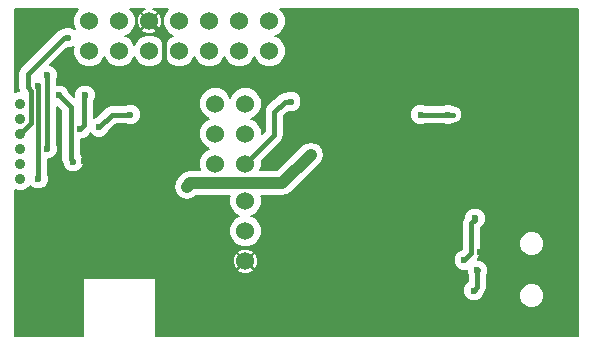
<source format=gbl>
G04 #@! TF.FileFunction,Copper,L2,Bot,Signal*
%FSLAX46Y46*%
G04 Gerber Fmt 4.6, Leading zero omitted, Abs format (unit mm)*
G04 Created by KiCad (PCBNEW (2015-10-22 BZR 6274, Git d63c017)-product) date Sat Oct 24 14:44:23 2015*
%MOMM*%
G01*
G04 APERTURE LIST*
%ADD10C,0.100000*%
%ADD11C,0.900000*%
%ADD12C,1.524000*%
%ADD13C,0.600000*%
%ADD14C,0.400000*%
%ADD15C,1.000000*%
%ADD16C,0.200000*%
G04 APERTURE END LIST*
D10*
D11*
X118110000Y-106680000D03*
X118110000Y-107950000D03*
X118110000Y-109220000D03*
X118110000Y-110490000D03*
X118110000Y-111760000D03*
X118110000Y-113030000D03*
D12*
X139192000Y-99695000D03*
X139192000Y-102235000D03*
X136652000Y-99695000D03*
X136652000Y-102235000D03*
X134112000Y-99695000D03*
X134112000Y-102235000D03*
X131572000Y-99695000D03*
X131572000Y-102235000D03*
X129032000Y-99695000D03*
X129032000Y-102235000D03*
X126492000Y-99695000D03*
X126492000Y-102235000D03*
X123952000Y-99695000D03*
X123952000Y-102235000D03*
X134620000Y-111760000D03*
X134620000Y-109220000D03*
X134620000Y-106680000D03*
X137160000Y-106680000D03*
X137160000Y-109220000D03*
X137160000Y-111760000D03*
X137160000Y-120015000D03*
X137160000Y-117475000D03*
X137160000Y-114935000D03*
D13*
X156600000Y-116400000D03*
X155700000Y-119900000D03*
X142700000Y-111000000D03*
X132200000Y-113700000D03*
X145000000Y-104000000D03*
X145000000Y-106500000D03*
X121700000Y-103400000D03*
X121400000Y-99900000D03*
X120000000Y-99000000D03*
X144900000Y-107800000D03*
X148600000Y-107600000D03*
X158500000Y-102500000D03*
X154700000Y-102500000D03*
X161501520Y-107500000D03*
X118200000Y-124800000D03*
X137922000Y-125730000D03*
X135279000Y-125706000D03*
X134633000Y-116852000D03*
X154550000Y-122750000D03*
X139325000Y-118925000D03*
X157000000Y-119250000D03*
X154000000Y-117500000D03*
X151000000Y-119000000D03*
X150250000Y-121500000D03*
X130500000Y-111000000D03*
X124500000Y-110000000D03*
X120180000Y-115500000D03*
X132500000Y-126000000D03*
X132400000Y-124900000D03*
X132300000Y-123800000D03*
X132400000Y-121600000D03*
X132400000Y-119400000D03*
X132300000Y-117200000D03*
X124550000Y-111500000D03*
X123500000Y-111500000D03*
X120000000Y-121500000D03*
X120000000Y-120500000D03*
X120000000Y-122500000D03*
X120000000Y-125000000D03*
X120000000Y-126000000D03*
X154300000Y-107600000D03*
X152000000Y-107600000D03*
X141000000Y-106500000D03*
X127400000Y-107600000D03*
X124800000Y-108650010D03*
X123600000Y-105979990D03*
X123200000Y-108800000D03*
X156799999Y-120799999D03*
X156500000Y-122500000D03*
X122600000Y-111600000D03*
X121400000Y-105979990D03*
X122174000Y-101092000D03*
X120396000Y-104267000D03*
X120396000Y-110490000D03*
X119634000Y-113030000D03*
X119634000Y-105156000D03*
D14*
X156299999Y-116800001D02*
X156600000Y-116500000D01*
X156600000Y-116500000D02*
X156600000Y-116400000D01*
X155700000Y-119900000D02*
X156299999Y-119300001D01*
X156299999Y-119300001D02*
X156299999Y-116800001D01*
D15*
X136399999Y-113400001D02*
X140299999Y-113400001D01*
X140299999Y-113400001D02*
X142700000Y-111000000D01*
X132200000Y-113700000D02*
X132499999Y-113400001D01*
X132499999Y-113400001D02*
X136399999Y-113400001D01*
D14*
X158600000Y-119200000D02*
X161501520Y-116298480D01*
X161501520Y-116298480D02*
X161501520Y-107500000D01*
X158350001Y-118950001D02*
X158600000Y-119200000D01*
X157000000Y-119250000D02*
X157299999Y-118950001D01*
X157299999Y-118950001D02*
X158350001Y-118950001D01*
X120000000Y-99000000D02*
X120500000Y-99000000D01*
X120500000Y-99000000D02*
X121400000Y-99900000D01*
X123500000Y-111500000D02*
X124550000Y-111500000D01*
X130300000Y-103200000D02*
X130300000Y-103800000D01*
X130300000Y-100963000D02*
X130300000Y-103200000D01*
X129032000Y-99695000D02*
X130300000Y-100963000D01*
X129793999Y-100593999D02*
X130200000Y-101000000D01*
X129032000Y-99695000D02*
X129793999Y-100456999D01*
X129793999Y-100456999D02*
X129793999Y-100593999D01*
X154300000Y-107600000D02*
X154724264Y-107600000D01*
X152000000Y-107600000D02*
X154300000Y-107600000D01*
X141000000Y-106500000D02*
X140500000Y-106500000D01*
X140500000Y-106500000D02*
X139600000Y-107400000D01*
X139600000Y-109320000D02*
X137160000Y-111760000D01*
X139600000Y-107400000D02*
X139600000Y-109320000D01*
X125850010Y-107600000D02*
X127400000Y-107600000D01*
X124800000Y-108650010D02*
X125850010Y-107600000D01*
X123499999Y-106100001D02*
X123600000Y-106000000D01*
X123600000Y-106000000D02*
X123600000Y-105979990D01*
X123200000Y-108800000D02*
X123499999Y-108500001D01*
X123499999Y-108500001D02*
X123499999Y-106100001D01*
X156799999Y-120799999D02*
X156849998Y-120750000D01*
X156500000Y-122500000D02*
X156799999Y-122200001D01*
X156799999Y-122200001D02*
X156799999Y-120799999D01*
X122400000Y-106979990D02*
X122400000Y-111400000D01*
X122400000Y-111400000D02*
X122600000Y-111600000D01*
X121400000Y-105979990D02*
X122400000Y-106979990D01*
X121793000Y-101092000D02*
X122174000Y-101092000D01*
X118745000Y-104140000D02*
X121793000Y-101092000D01*
X118745000Y-105303002D02*
X118745000Y-104140000D01*
X118110000Y-109220000D02*
X119033990Y-108296010D01*
X119033990Y-108296010D02*
X119033990Y-105591992D01*
X119033990Y-105591992D02*
X118745000Y-105303002D01*
X120396000Y-110490000D02*
X120396000Y-104267000D01*
X119634000Y-105156000D02*
X119634000Y-113030000D01*
D16*
G36*
X165317000Y-126317000D02*
X129600000Y-126317000D01*
X129600000Y-121500000D01*
X129592121Y-121461094D01*
X129569727Y-121428319D01*
X129536346Y-121406839D01*
X129500000Y-121400000D01*
X123500000Y-121400000D01*
X123461094Y-121407879D01*
X123428319Y-121430273D01*
X123406839Y-121463654D01*
X123400000Y-121500000D01*
X123400000Y-126317000D01*
X117683000Y-126317000D01*
X117683000Y-120745085D01*
X136465270Y-120745085D01*
X136543937Y-120905469D01*
X136931601Y-121073443D01*
X137354036Y-121080279D01*
X137746930Y-120924935D01*
X137776063Y-120905469D01*
X137854730Y-120745085D01*
X137160000Y-120050355D01*
X136465270Y-120745085D01*
X117683000Y-120745085D01*
X117683000Y-120209036D01*
X136094721Y-120209036D01*
X136250065Y-120601930D01*
X136269531Y-120631063D01*
X136429915Y-120709730D01*
X137124645Y-120015000D01*
X137195355Y-120015000D01*
X137890085Y-120709730D01*
X138050469Y-120631063D01*
X138218443Y-120243399D01*
X138221090Y-120079820D01*
X154791843Y-120079820D01*
X154929786Y-120413669D01*
X155184988Y-120669316D01*
X155518595Y-120807842D01*
X155879820Y-120808157D01*
X155891996Y-120803126D01*
X155891842Y-120979819D01*
X155991999Y-121222219D01*
X155991999Y-121727444D01*
X155986331Y-121729786D01*
X155730684Y-121984988D01*
X155592158Y-122318595D01*
X155591843Y-122679820D01*
X155729786Y-123013669D01*
X155984988Y-123269316D01*
X156318595Y-123407842D01*
X156679820Y-123408157D01*
X157013669Y-123270214D01*
X157124993Y-123159083D01*
X160341337Y-123159083D01*
X160502005Y-123547928D01*
X160799247Y-123845690D01*
X161187811Y-124007036D01*
X161608543Y-124007403D01*
X161997388Y-123846735D01*
X162295150Y-123549493D01*
X162456496Y-123160929D01*
X162456863Y-122740197D01*
X162296195Y-122351352D01*
X161998953Y-122053590D01*
X161610389Y-121892244D01*
X161189657Y-121891877D01*
X160800812Y-122052545D01*
X160503050Y-122349787D01*
X160341704Y-122738351D01*
X160341337Y-123159083D01*
X157124993Y-123159083D01*
X157269316Y-123015012D01*
X157369896Y-122772789D01*
X157371342Y-122771343D01*
X157546494Y-122509209D01*
X157607999Y-122200001D01*
X157607999Y-121221850D01*
X157707841Y-120981404D01*
X157708156Y-120620179D01*
X157570213Y-120286330D01*
X157315011Y-120030683D01*
X156981404Y-119892157D01*
X156850641Y-119892043D01*
X156871341Y-119871343D01*
X157046494Y-119609209D01*
X157107999Y-119300001D01*
X157107999Y-118759803D01*
X160341337Y-118759803D01*
X160502005Y-119148648D01*
X160799247Y-119446410D01*
X161187811Y-119607756D01*
X161608543Y-119608123D01*
X161997388Y-119447455D01*
X162295150Y-119150213D01*
X162456496Y-118761649D01*
X162456863Y-118340917D01*
X162296195Y-117952072D01*
X161998953Y-117654310D01*
X161610389Y-117492964D01*
X161189657Y-117492597D01*
X160800812Y-117653265D01*
X160503050Y-117950507D01*
X160341704Y-118339071D01*
X160341337Y-118759803D01*
X157107999Y-118759803D01*
X157107999Y-117172557D01*
X157113669Y-117170214D01*
X157369316Y-116915012D01*
X157507842Y-116581405D01*
X157508157Y-116220180D01*
X157370214Y-115886331D01*
X157115012Y-115630684D01*
X156781405Y-115492158D01*
X156420180Y-115491843D01*
X156086331Y-115629786D01*
X155830684Y-115884988D01*
X155692158Y-116218595D01*
X155692102Y-116283368D01*
X155553504Y-116490792D01*
X155535480Y-116581405D01*
X155491999Y-116800001D01*
X155491999Y-118965317D01*
X155426952Y-119030364D01*
X155186331Y-119129786D01*
X154930684Y-119384988D01*
X154792158Y-119718595D01*
X154791843Y-120079820D01*
X138221090Y-120079820D01*
X138225279Y-119820964D01*
X138069935Y-119428070D01*
X138050469Y-119398937D01*
X137890085Y-119320270D01*
X137195355Y-120015000D01*
X137124645Y-120015000D01*
X136429915Y-119320270D01*
X136269531Y-119398937D01*
X136101557Y-119786601D01*
X136094721Y-120209036D01*
X117683000Y-120209036D01*
X117683000Y-119284915D01*
X136465270Y-119284915D01*
X137160000Y-119979645D01*
X137854730Y-119284915D01*
X137776063Y-119124531D01*
X137388399Y-118956557D01*
X136965964Y-118949721D01*
X136573070Y-119105065D01*
X136543937Y-119124531D01*
X136465270Y-119284915D01*
X117683000Y-119284915D01*
X117683000Y-113998279D01*
X117898628Y-114087816D01*
X118319526Y-114088183D01*
X118708526Y-113927451D01*
X118978182Y-113658265D01*
X119118988Y-113799316D01*
X119452595Y-113937842D01*
X119813820Y-113938157D01*
X120147669Y-113800214D01*
X120248057Y-113700000D01*
X131092000Y-113700000D01*
X131176341Y-114124014D01*
X131416526Y-114483474D01*
X131775986Y-114723659D01*
X132200000Y-114808000D01*
X132624014Y-114723659D01*
X132946767Y-114508001D01*
X135853891Y-114508001D01*
X135790238Y-114661295D01*
X135789763Y-115206314D01*
X135997893Y-115710029D01*
X136382944Y-116095752D01*
X136646067Y-116205011D01*
X136384971Y-116312893D01*
X135999248Y-116697944D01*
X135790238Y-117201295D01*
X135789763Y-117746314D01*
X135997893Y-118250029D01*
X136382944Y-118635752D01*
X136886295Y-118844762D01*
X137431314Y-118845237D01*
X137935029Y-118637107D01*
X138320752Y-118252056D01*
X138529762Y-117748705D01*
X138530237Y-117203686D01*
X138322107Y-116699971D01*
X137937056Y-116314248D01*
X137673933Y-116204989D01*
X137935029Y-116097107D01*
X138320752Y-115712056D01*
X138529762Y-115208705D01*
X138530237Y-114663686D01*
X138465910Y-114508001D01*
X140299999Y-114508001D01*
X140724013Y-114423660D01*
X141083473Y-114183475D01*
X143483474Y-111783474D01*
X143723659Y-111424014D01*
X143808000Y-111000000D01*
X143723659Y-110575986D01*
X143483474Y-110216526D01*
X143124014Y-109976341D01*
X142700000Y-109892000D01*
X142275986Y-109976341D01*
X141916526Y-110216526D01*
X139841051Y-112292001D01*
X138422508Y-112292001D01*
X138529762Y-112033705D01*
X138530199Y-111532485D01*
X140171342Y-109891342D01*
X140346495Y-109629209D01*
X140408000Y-109320000D01*
X140408000Y-107779820D01*
X151091843Y-107779820D01*
X151229786Y-108113669D01*
X151484988Y-108369316D01*
X151818595Y-108507842D01*
X152179820Y-108508157D01*
X152422220Y-108408000D01*
X153878149Y-108408000D01*
X154118595Y-108507842D01*
X154479820Y-108508157D01*
X154722220Y-108408000D01*
X154724264Y-108408000D01*
X155033472Y-108346495D01*
X155295606Y-108171342D01*
X155470759Y-107909208D01*
X155532264Y-107600000D01*
X155470759Y-107290792D01*
X155295606Y-107028658D01*
X155033472Y-106853505D01*
X154724264Y-106792000D01*
X154721851Y-106792000D01*
X154481405Y-106692158D01*
X154120180Y-106691843D01*
X153877780Y-106792000D01*
X152421851Y-106792000D01*
X152181405Y-106692158D01*
X151820180Y-106691843D01*
X151486331Y-106829786D01*
X151230684Y-107084988D01*
X151092158Y-107418595D01*
X151091843Y-107779820D01*
X140408000Y-107779820D01*
X140408000Y-107734684D01*
X140759416Y-107383268D01*
X140818595Y-107407842D01*
X141179820Y-107408157D01*
X141513669Y-107270214D01*
X141769316Y-107015012D01*
X141907842Y-106681405D01*
X141908157Y-106320180D01*
X141770214Y-105986331D01*
X141515012Y-105730684D01*
X141181405Y-105592158D01*
X140820180Y-105591843D01*
X140552503Y-105702444D01*
X140500000Y-105692001D01*
X140190791Y-105753505D01*
X139928658Y-105928658D01*
X139028658Y-106828658D01*
X138853505Y-107090791D01*
X138815851Y-107280091D01*
X138792000Y-107400000D01*
X138792000Y-108985316D01*
X138529977Y-109247339D01*
X138530237Y-108948686D01*
X138322107Y-108444971D01*
X137937056Y-108059248D01*
X137673933Y-107949989D01*
X137935029Y-107842107D01*
X138320752Y-107457056D01*
X138529762Y-106953705D01*
X138530237Y-106408686D01*
X138322107Y-105904971D01*
X137937056Y-105519248D01*
X137433705Y-105310238D01*
X136888686Y-105309763D01*
X136384971Y-105517893D01*
X135999248Y-105902944D01*
X135889989Y-106166067D01*
X135782107Y-105904971D01*
X135397056Y-105519248D01*
X134893705Y-105310238D01*
X134348686Y-105309763D01*
X133844971Y-105517893D01*
X133459248Y-105902944D01*
X133250238Y-106406295D01*
X133249763Y-106951314D01*
X133457893Y-107455029D01*
X133842944Y-107840752D01*
X134106067Y-107950011D01*
X133844971Y-108057893D01*
X133459248Y-108442944D01*
X133250238Y-108946295D01*
X133249763Y-109491314D01*
X133457893Y-109995029D01*
X133842944Y-110380752D01*
X134106067Y-110490011D01*
X133844971Y-110597893D01*
X133459248Y-110982944D01*
X133250238Y-111486295D01*
X133249763Y-112031314D01*
X133357476Y-112292001D01*
X132499999Y-112292001D01*
X132075985Y-112376342D01*
X131716525Y-112616526D01*
X131416526Y-112916526D01*
X131176341Y-113275986D01*
X131092000Y-113700000D01*
X120248057Y-113700000D01*
X120403316Y-113545012D01*
X120541842Y-113211405D01*
X120542157Y-112850180D01*
X120442000Y-112607780D01*
X120442000Y-111398040D01*
X120575820Y-111398157D01*
X120909669Y-111260214D01*
X121165316Y-111005012D01*
X121303842Y-110671405D01*
X121304157Y-110310180D01*
X121204000Y-110067780D01*
X121204000Y-106926674D01*
X121592000Y-107314675D01*
X121592000Y-111400000D01*
X121653505Y-111709209D01*
X121691855Y-111766603D01*
X121691843Y-111779820D01*
X121829786Y-112113669D01*
X122084988Y-112369316D01*
X122418595Y-112507842D01*
X122779820Y-112508157D01*
X123113669Y-112370214D01*
X123369316Y-112115012D01*
X123507842Y-111781405D01*
X123508157Y-111420180D01*
X123370214Y-111086331D01*
X123208000Y-110923834D01*
X123208000Y-109708007D01*
X123379820Y-109708157D01*
X123713669Y-109570214D01*
X123969316Y-109315012D01*
X124031459Y-109165355D01*
X124284988Y-109419326D01*
X124618595Y-109557852D01*
X124979820Y-109558167D01*
X125313669Y-109420224D01*
X125569316Y-109165022D01*
X125669896Y-108922798D01*
X126184695Y-108408000D01*
X126978149Y-108408000D01*
X127218595Y-108507842D01*
X127579820Y-108508157D01*
X127913669Y-108370214D01*
X128169316Y-108115012D01*
X128307842Y-107781405D01*
X128308157Y-107420180D01*
X128170214Y-107086331D01*
X127915012Y-106830684D01*
X127581405Y-106692158D01*
X127220180Y-106691843D01*
X126977780Y-106792000D01*
X125850010Y-106792000D01*
X125540802Y-106853505D01*
X125540800Y-106853506D01*
X125540801Y-106853506D01*
X125278667Y-107028658D01*
X124526952Y-107780374D01*
X124307999Y-107870843D01*
X124307999Y-106556212D01*
X124369316Y-106495002D01*
X124507842Y-106161395D01*
X124508157Y-105800170D01*
X124370214Y-105466321D01*
X124115012Y-105210674D01*
X123781405Y-105072148D01*
X123420180Y-105071833D01*
X123086331Y-105209776D01*
X122830684Y-105464978D01*
X122692158Y-105798585D01*
X122691870Y-106129175D01*
X122269636Y-105706942D01*
X122170214Y-105466321D01*
X121915012Y-105210674D01*
X121581405Y-105072148D01*
X121220180Y-105071833D01*
X121204000Y-105078518D01*
X121204000Y-104688851D01*
X121303842Y-104448405D01*
X121304157Y-104087180D01*
X121166214Y-103753331D01*
X120911012Y-103497684D01*
X120641791Y-103385893D01*
X122027811Y-101999873D01*
X122353820Y-102000157D01*
X122610066Y-101894279D01*
X122582238Y-101961295D01*
X122581763Y-102506314D01*
X122789893Y-103010029D01*
X123174944Y-103395752D01*
X123678295Y-103604762D01*
X124223314Y-103605237D01*
X124727029Y-103397107D01*
X125112752Y-103012056D01*
X125222011Y-102748933D01*
X125329893Y-103010029D01*
X125714944Y-103395752D01*
X126218295Y-103604762D01*
X126763314Y-103605237D01*
X127267029Y-103397107D01*
X127652752Y-103012056D01*
X127762011Y-102748933D01*
X127869893Y-103010029D01*
X128254944Y-103395752D01*
X128758295Y-103604762D01*
X129303314Y-103605237D01*
X129807029Y-103397107D01*
X130192752Y-103012056D01*
X130302011Y-102748933D01*
X130409893Y-103010029D01*
X130794944Y-103395752D01*
X131298295Y-103604762D01*
X131843314Y-103605237D01*
X132347029Y-103397107D01*
X132732752Y-103012056D01*
X132842011Y-102748933D01*
X132949893Y-103010029D01*
X133334944Y-103395752D01*
X133838295Y-103604762D01*
X134383314Y-103605237D01*
X134887029Y-103397107D01*
X135272752Y-103012056D01*
X135382011Y-102748933D01*
X135489893Y-103010029D01*
X135874944Y-103395752D01*
X136378295Y-103604762D01*
X136923314Y-103605237D01*
X137427029Y-103397107D01*
X137812752Y-103012056D01*
X137922011Y-102748933D01*
X138029893Y-103010029D01*
X138414944Y-103395752D01*
X138918295Y-103604762D01*
X139463314Y-103605237D01*
X139967029Y-103397107D01*
X140352752Y-103012056D01*
X140561762Y-102508705D01*
X140562237Y-101963686D01*
X140354107Y-101459971D01*
X139969056Y-101074248D01*
X139705933Y-100964989D01*
X139967029Y-100857107D01*
X140352752Y-100472056D01*
X140561762Y-99968705D01*
X140562237Y-99423686D01*
X140354107Y-98919971D01*
X140117549Y-98683000D01*
X165317000Y-98683000D01*
X165317000Y-126317000D01*
X165317000Y-126317000D01*
G37*
X165317000Y-126317000D02*
X129600000Y-126317000D01*
X129600000Y-121500000D01*
X129592121Y-121461094D01*
X129569727Y-121428319D01*
X129536346Y-121406839D01*
X129500000Y-121400000D01*
X123500000Y-121400000D01*
X123461094Y-121407879D01*
X123428319Y-121430273D01*
X123406839Y-121463654D01*
X123400000Y-121500000D01*
X123400000Y-126317000D01*
X117683000Y-126317000D01*
X117683000Y-120745085D01*
X136465270Y-120745085D01*
X136543937Y-120905469D01*
X136931601Y-121073443D01*
X137354036Y-121080279D01*
X137746930Y-120924935D01*
X137776063Y-120905469D01*
X137854730Y-120745085D01*
X137160000Y-120050355D01*
X136465270Y-120745085D01*
X117683000Y-120745085D01*
X117683000Y-120209036D01*
X136094721Y-120209036D01*
X136250065Y-120601930D01*
X136269531Y-120631063D01*
X136429915Y-120709730D01*
X137124645Y-120015000D01*
X137195355Y-120015000D01*
X137890085Y-120709730D01*
X138050469Y-120631063D01*
X138218443Y-120243399D01*
X138221090Y-120079820D01*
X154791843Y-120079820D01*
X154929786Y-120413669D01*
X155184988Y-120669316D01*
X155518595Y-120807842D01*
X155879820Y-120808157D01*
X155891996Y-120803126D01*
X155891842Y-120979819D01*
X155991999Y-121222219D01*
X155991999Y-121727444D01*
X155986331Y-121729786D01*
X155730684Y-121984988D01*
X155592158Y-122318595D01*
X155591843Y-122679820D01*
X155729786Y-123013669D01*
X155984988Y-123269316D01*
X156318595Y-123407842D01*
X156679820Y-123408157D01*
X157013669Y-123270214D01*
X157124993Y-123159083D01*
X160341337Y-123159083D01*
X160502005Y-123547928D01*
X160799247Y-123845690D01*
X161187811Y-124007036D01*
X161608543Y-124007403D01*
X161997388Y-123846735D01*
X162295150Y-123549493D01*
X162456496Y-123160929D01*
X162456863Y-122740197D01*
X162296195Y-122351352D01*
X161998953Y-122053590D01*
X161610389Y-121892244D01*
X161189657Y-121891877D01*
X160800812Y-122052545D01*
X160503050Y-122349787D01*
X160341704Y-122738351D01*
X160341337Y-123159083D01*
X157124993Y-123159083D01*
X157269316Y-123015012D01*
X157369896Y-122772789D01*
X157371342Y-122771343D01*
X157546494Y-122509209D01*
X157607999Y-122200001D01*
X157607999Y-121221850D01*
X157707841Y-120981404D01*
X157708156Y-120620179D01*
X157570213Y-120286330D01*
X157315011Y-120030683D01*
X156981404Y-119892157D01*
X156850641Y-119892043D01*
X156871341Y-119871343D01*
X157046494Y-119609209D01*
X157107999Y-119300001D01*
X157107999Y-118759803D01*
X160341337Y-118759803D01*
X160502005Y-119148648D01*
X160799247Y-119446410D01*
X161187811Y-119607756D01*
X161608543Y-119608123D01*
X161997388Y-119447455D01*
X162295150Y-119150213D01*
X162456496Y-118761649D01*
X162456863Y-118340917D01*
X162296195Y-117952072D01*
X161998953Y-117654310D01*
X161610389Y-117492964D01*
X161189657Y-117492597D01*
X160800812Y-117653265D01*
X160503050Y-117950507D01*
X160341704Y-118339071D01*
X160341337Y-118759803D01*
X157107999Y-118759803D01*
X157107999Y-117172557D01*
X157113669Y-117170214D01*
X157369316Y-116915012D01*
X157507842Y-116581405D01*
X157508157Y-116220180D01*
X157370214Y-115886331D01*
X157115012Y-115630684D01*
X156781405Y-115492158D01*
X156420180Y-115491843D01*
X156086331Y-115629786D01*
X155830684Y-115884988D01*
X155692158Y-116218595D01*
X155692102Y-116283368D01*
X155553504Y-116490792D01*
X155535480Y-116581405D01*
X155491999Y-116800001D01*
X155491999Y-118965317D01*
X155426952Y-119030364D01*
X155186331Y-119129786D01*
X154930684Y-119384988D01*
X154792158Y-119718595D01*
X154791843Y-120079820D01*
X138221090Y-120079820D01*
X138225279Y-119820964D01*
X138069935Y-119428070D01*
X138050469Y-119398937D01*
X137890085Y-119320270D01*
X137195355Y-120015000D01*
X137124645Y-120015000D01*
X136429915Y-119320270D01*
X136269531Y-119398937D01*
X136101557Y-119786601D01*
X136094721Y-120209036D01*
X117683000Y-120209036D01*
X117683000Y-119284915D01*
X136465270Y-119284915D01*
X137160000Y-119979645D01*
X137854730Y-119284915D01*
X137776063Y-119124531D01*
X137388399Y-118956557D01*
X136965964Y-118949721D01*
X136573070Y-119105065D01*
X136543937Y-119124531D01*
X136465270Y-119284915D01*
X117683000Y-119284915D01*
X117683000Y-113998279D01*
X117898628Y-114087816D01*
X118319526Y-114088183D01*
X118708526Y-113927451D01*
X118978182Y-113658265D01*
X119118988Y-113799316D01*
X119452595Y-113937842D01*
X119813820Y-113938157D01*
X120147669Y-113800214D01*
X120248057Y-113700000D01*
X131092000Y-113700000D01*
X131176341Y-114124014D01*
X131416526Y-114483474D01*
X131775986Y-114723659D01*
X132200000Y-114808000D01*
X132624014Y-114723659D01*
X132946767Y-114508001D01*
X135853891Y-114508001D01*
X135790238Y-114661295D01*
X135789763Y-115206314D01*
X135997893Y-115710029D01*
X136382944Y-116095752D01*
X136646067Y-116205011D01*
X136384971Y-116312893D01*
X135999248Y-116697944D01*
X135790238Y-117201295D01*
X135789763Y-117746314D01*
X135997893Y-118250029D01*
X136382944Y-118635752D01*
X136886295Y-118844762D01*
X137431314Y-118845237D01*
X137935029Y-118637107D01*
X138320752Y-118252056D01*
X138529762Y-117748705D01*
X138530237Y-117203686D01*
X138322107Y-116699971D01*
X137937056Y-116314248D01*
X137673933Y-116204989D01*
X137935029Y-116097107D01*
X138320752Y-115712056D01*
X138529762Y-115208705D01*
X138530237Y-114663686D01*
X138465910Y-114508001D01*
X140299999Y-114508001D01*
X140724013Y-114423660D01*
X141083473Y-114183475D01*
X143483474Y-111783474D01*
X143723659Y-111424014D01*
X143808000Y-111000000D01*
X143723659Y-110575986D01*
X143483474Y-110216526D01*
X143124014Y-109976341D01*
X142700000Y-109892000D01*
X142275986Y-109976341D01*
X141916526Y-110216526D01*
X139841051Y-112292001D01*
X138422508Y-112292001D01*
X138529762Y-112033705D01*
X138530199Y-111532485D01*
X140171342Y-109891342D01*
X140346495Y-109629209D01*
X140408000Y-109320000D01*
X140408000Y-107779820D01*
X151091843Y-107779820D01*
X151229786Y-108113669D01*
X151484988Y-108369316D01*
X151818595Y-108507842D01*
X152179820Y-108508157D01*
X152422220Y-108408000D01*
X153878149Y-108408000D01*
X154118595Y-108507842D01*
X154479820Y-108508157D01*
X154722220Y-108408000D01*
X154724264Y-108408000D01*
X155033472Y-108346495D01*
X155295606Y-108171342D01*
X155470759Y-107909208D01*
X155532264Y-107600000D01*
X155470759Y-107290792D01*
X155295606Y-107028658D01*
X155033472Y-106853505D01*
X154724264Y-106792000D01*
X154721851Y-106792000D01*
X154481405Y-106692158D01*
X154120180Y-106691843D01*
X153877780Y-106792000D01*
X152421851Y-106792000D01*
X152181405Y-106692158D01*
X151820180Y-106691843D01*
X151486331Y-106829786D01*
X151230684Y-107084988D01*
X151092158Y-107418595D01*
X151091843Y-107779820D01*
X140408000Y-107779820D01*
X140408000Y-107734684D01*
X140759416Y-107383268D01*
X140818595Y-107407842D01*
X141179820Y-107408157D01*
X141513669Y-107270214D01*
X141769316Y-107015012D01*
X141907842Y-106681405D01*
X141908157Y-106320180D01*
X141770214Y-105986331D01*
X141515012Y-105730684D01*
X141181405Y-105592158D01*
X140820180Y-105591843D01*
X140552503Y-105702444D01*
X140500000Y-105692001D01*
X140190791Y-105753505D01*
X139928658Y-105928658D01*
X139028658Y-106828658D01*
X138853505Y-107090791D01*
X138815851Y-107280091D01*
X138792000Y-107400000D01*
X138792000Y-108985316D01*
X138529977Y-109247339D01*
X138530237Y-108948686D01*
X138322107Y-108444971D01*
X137937056Y-108059248D01*
X137673933Y-107949989D01*
X137935029Y-107842107D01*
X138320752Y-107457056D01*
X138529762Y-106953705D01*
X138530237Y-106408686D01*
X138322107Y-105904971D01*
X137937056Y-105519248D01*
X137433705Y-105310238D01*
X136888686Y-105309763D01*
X136384971Y-105517893D01*
X135999248Y-105902944D01*
X135889989Y-106166067D01*
X135782107Y-105904971D01*
X135397056Y-105519248D01*
X134893705Y-105310238D01*
X134348686Y-105309763D01*
X133844971Y-105517893D01*
X133459248Y-105902944D01*
X133250238Y-106406295D01*
X133249763Y-106951314D01*
X133457893Y-107455029D01*
X133842944Y-107840752D01*
X134106067Y-107950011D01*
X133844971Y-108057893D01*
X133459248Y-108442944D01*
X133250238Y-108946295D01*
X133249763Y-109491314D01*
X133457893Y-109995029D01*
X133842944Y-110380752D01*
X134106067Y-110490011D01*
X133844971Y-110597893D01*
X133459248Y-110982944D01*
X133250238Y-111486295D01*
X133249763Y-112031314D01*
X133357476Y-112292001D01*
X132499999Y-112292001D01*
X132075985Y-112376342D01*
X131716525Y-112616526D01*
X131416526Y-112916526D01*
X131176341Y-113275986D01*
X131092000Y-113700000D01*
X120248057Y-113700000D01*
X120403316Y-113545012D01*
X120541842Y-113211405D01*
X120542157Y-112850180D01*
X120442000Y-112607780D01*
X120442000Y-111398040D01*
X120575820Y-111398157D01*
X120909669Y-111260214D01*
X121165316Y-111005012D01*
X121303842Y-110671405D01*
X121304157Y-110310180D01*
X121204000Y-110067780D01*
X121204000Y-106926674D01*
X121592000Y-107314675D01*
X121592000Y-111400000D01*
X121653505Y-111709209D01*
X121691855Y-111766603D01*
X121691843Y-111779820D01*
X121829786Y-112113669D01*
X122084988Y-112369316D01*
X122418595Y-112507842D01*
X122779820Y-112508157D01*
X123113669Y-112370214D01*
X123369316Y-112115012D01*
X123507842Y-111781405D01*
X123508157Y-111420180D01*
X123370214Y-111086331D01*
X123208000Y-110923834D01*
X123208000Y-109708007D01*
X123379820Y-109708157D01*
X123713669Y-109570214D01*
X123969316Y-109315012D01*
X124031459Y-109165355D01*
X124284988Y-109419326D01*
X124618595Y-109557852D01*
X124979820Y-109558167D01*
X125313669Y-109420224D01*
X125569316Y-109165022D01*
X125669896Y-108922798D01*
X126184695Y-108408000D01*
X126978149Y-108408000D01*
X127218595Y-108507842D01*
X127579820Y-108508157D01*
X127913669Y-108370214D01*
X128169316Y-108115012D01*
X128307842Y-107781405D01*
X128308157Y-107420180D01*
X128170214Y-107086331D01*
X127915012Y-106830684D01*
X127581405Y-106692158D01*
X127220180Y-106691843D01*
X126977780Y-106792000D01*
X125850010Y-106792000D01*
X125540802Y-106853505D01*
X125540800Y-106853506D01*
X125540801Y-106853506D01*
X125278667Y-107028658D01*
X124526952Y-107780374D01*
X124307999Y-107870843D01*
X124307999Y-106556212D01*
X124369316Y-106495002D01*
X124507842Y-106161395D01*
X124508157Y-105800170D01*
X124370214Y-105466321D01*
X124115012Y-105210674D01*
X123781405Y-105072148D01*
X123420180Y-105071833D01*
X123086331Y-105209776D01*
X122830684Y-105464978D01*
X122692158Y-105798585D01*
X122691870Y-106129175D01*
X122269636Y-105706942D01*
X122170214Y-105466321D01*
X121915012Y-105210674D01*
X121581405Y-105072148D01*
X121220180Y-105071833D01*
X121204000Y-105078518D01*
X121204000Y-104688851D01*
X121303842Y-104448405D01*
X121304157Y-104087180D01*
X121166214Y-103753331D01*
X120911012Y-103497684D01*
X120641791Y-103385893D01*
X122027811Y-101999873D01*
X122353820Y-102000157D01*
X122610066Y-101894279D01*
X122582238Y-101961295D01*
X122581763Y-102506314D01*
X122789893Y-103010029D01*
X123174944Y-103395752D01*
X123678295Y-103604762D01*
X124223314Y-103605237D01*
X124727029Y-103397107D01*
X125112752Y-103012056D01*
X125222011Y-102748933D01*
X125329893Y-103010029D01*
X125714944Y-103395752D01*
X126218295Y-103604762D01*
X126763314Y-103605237D01*
X127267029Y-103397107D01*
X127652752Y-103012056D01*
X127762011Y-102748933D01*
X127869893Y-103010029D01*
X128254944Y-103395752D01*
X128758295Y-103604762D01*
X129303314Y-103605237D01*
X129807029Y-103397107D01*
X130192752Y-103012056D01*
X130302011Y-102748933D01*
X130409893Y-103010029D01*
X130794944Y-103395752D01*
X131298295Y-103604762D01*
X131843314Y-103605237D01*
X132347029Y-103397107D01*
X132732752Y-103012056D01*
X132842011Y-102748933D01*
X132949893Y-103010029D01*
X133334944Y-103395752D01*
X133838295Y-103604762D01*
X134383314Y-103605237D01*
X134887029Y-103397107D01*
X135272752Y-103012056D01*
X135382011Y-102748933D01*
X135489893Y-103010029D01*
X135874944Y-103395752D01*
X136378295Y-103604762D01*
X136923314Y-103605237D01*
X137427029Y-103397107D01*
X137812752Y-103012056D01*
X137922011Y-102748933D01*
X138029893Y-103010029D01*
X138414944Y-103395752D01*
X138918295Y-103604762D01*
X139463314Y-103605237D01*
X139967029Y-103397107D01*
X140352752Y-103012056D01*
X140561762Y-102508705D01*
X140562237Y-101963686D01*
X140354107Y-101459971D01*
X139969056Y-101074248D01*
X139705933Y-100964989D01*
X139967029Y-100857107D01*
X140352752Y-100472056D01*
X140561762Y-99968705D01*
X140562237Y-99423686D01*
X140354107Y-98919971D01*
X140117549Y-98683000D01*
X165317000Y-98683000D01*
X165317000Y-126317000D01*
G36*
X122791248Y-98917944D02*
X122582238Y-99421295D01*
X122581763Y-99966314D01*
X122757260Y-100391051D01*
X122689012Y-100322684D01*
X122355405Y-100184158D01*
X121994180Y-100183843D01*
X121713517Y-100299810D01*
X121483791Y-100345505D01*
X121221658Y-100520658D01*
X118173658Y-103568658D01*
X117998505Y-103830791D01*
X117937000Y-104140000D01*
X117937000Y-105303002D01*
X117998505Y-105612211D01*
X118004984Y-105621908D01*
X117900474Y-105621817D01*
X117683000Y-105711676D01*
X117683000Y-98683000D01*
X123026602Y-98683000D01*
X122791248Y-98917944D01*
X122791248Y-98917944D01*
G37*
X122791248Y-98917944D02*
X122582238Y-99421295D01*
X122581763Y-99966314D01*
X122757260Y-100391051D01*
X122689012Y-100322684D01*
X122355405Y-100184158D01*
X121994180Y-100183843D01*
X121713517Y-100299810D01*
X121483791Y-100345505D01*
X121221658Y-100520658D01*
X118173658Y-103568658D01*
X117998505Y-103830791D01*
X117937000Y-104140000D01*
X117937000Y-105303002D01*
X117998505Y-105612211D01*
X118004984Y-105621908D01*
X117900474Y-105621817D01*
X117683000Y-105711676D01*
X117683000Y-98683000D01*
X123026602Y-98683000D01*
X122791248Y-98917944D01*
G36*
X128445070Y-98785065D02*
X128415937Y-98804531D01*
X128337270Y-98964915D01*
X129032000Y-99659645D01*
X129726730Y-98964915D01*
X129648063Y-98804531D01*
X129367584Y-98683000D01*
X130646602Y-98683000D01*
X130411248Y-98917944D01*
X130202238Y-99421295D01*
X130201763Y-99966314D01*
X130409893Y-100470029D01*
X130794944Y-100855752D01*
X131058067Y-100965011D01*
X130796971Y-101072893D01*
X130411248Y-101457944D01*
X130301989Y-101721067D01*
X130194107Y-101459971D01*
X129809056Y-101074248D01*
X129305705Y-100865238D01*
X128760686Y-100864763D01*
X128256971Y-101072893D01*
X127871248Y-101457944D01*
X127761989Y-101721067D01*
X127654107Y-101459971D01*
X127269056Y-101074248D01*
X127005933Y-100964989D01*
X127267029Y-100857107D01*
X127652752Y-100472056D01*
X127672256Y-100425085D01*
X128337270Y-100425085D01*
X128415937Y-100585469D01*
X128803601Y-100753443D01*
X129226036Y-100760279D01*
X129618930Y-100604935D01*
X129648063Y-100585469D01*
X129726730Y-100425085D01*
X129032000Y-99730355D01*
X128337270Y-100425085D01*
X127672256Y-100425085D01*
X127861762Y-99968705D01*
X127861831Y-99889036D01*
X127966721Y-99889036D01*
X128122065Y-100281930D01*
X128141531Y-100311063D01*
X128301915Y-100389730D01*
X128996645Y-99695000D01*
X129067355Y-99695000D01*
X129762085Y-100389730D01*
X129922469Y-100311063D01*
X130090443Y-99923399D01*
X130097279Y-99500964D01*
X129941935Y-99108070D01*
X129922469Y-99078937D01*
X129762085Y-99000270D01*
X129067355Y-99695000D01*
X128996645Y-99695000D01*
X128301915Y-99000270D01*
X128141531Y-99078937D01*
X127973557Y-99466601D01*
X127966721Y-99889036D01*
X127861831Y-99889036D01*
X127862237Y-99423686D01*
X127654107Y-98919971D01*
X127417549Y-98683000D01*
X128703211Y-98683000D01*
X128445070Y-98785065D01*
X128445070Y-98785065D01*
G37*
X128445070Y-98785065D02*
X128415937Y-98804531D01*
X128337270Y-98964915D01*
X129032000Y-99659645D01*
X129726730Y-98964915D01*
X129648063Y-98804531D01*
X129367584Y-98683000D01*
X130646602Y-98683000D01*
X130411248Y-98917944D01*
X130202238Y-99421295D01*
X130201763Y-99966314D01*
X130409893Y-100470029D01*
X130794944Y-100855752D01*
X131058067Y-100965011D01*
X130796971Y-101072893D01*
X130411248Y-101457944D01*
X130301989Y-101721067D01*
X130194107Y-101459971D01*
X129809056Y-101074248D01*
X129305705Y-100865238D01*
X128760686Y-100864763D01*
X128256971Y-101072893D01*
X127871248Y-101457944D01*
X127761989Y-101721067D01*
X127654107Y-101459971D01*
X127269056Y-101074248D01*
X127005933Y-100964989D01*
X127267029Y-100857107D01*
X127652752Y-100472056D01*
X127672256Y-100425085D01*
X128337270Y-100425085D01*
X128415937Y-100585469D01*
X128803601Y-100753443D01*
X129226036Y-100760279D01*
X129618930Y-100604935D01*
X129648063Y-100585469D01*
X129726730Y-100425085D01*
X129032000Y-99730355D01*
X128337270Y-100425085D01*
X127672256Y-100425085D01*
X127861762Y-99968705D01*
X127861831Y-99889036D01*
X127966721Y-99889036D01*
X128122065Y-100281930D01*
X128141531Y-100311063D01*
X128301915Y-100389730D01*
X128996645Y-99695000D01*
X129067355Y-99695000D01*
X129762085Y-100389730D01*
X129922469Y-100311063D01*
X130090443Y-99923399D01*
X130097279Y-99500964D01*
X129941935Y-99108070D01*
X129922469Y-99078937D01*
X129762085Y-99000270D01*
X129067355Y-99695000D01*
X128996645Y-99695000D01*
X128301915Y-99000270D01*
X128141531Y-99078937D01*
X127973557Y-99466601D01*
X127966721Y-99889036D01*
X127861831Y-99889036D01*
X127862237Y-99423686D01*
X127654107Y-98919971D01*
X127417549Y-98683000D01*
X128703211Y-98683000D01*
X128445070Y-98785065D01*
M02*

</source>
